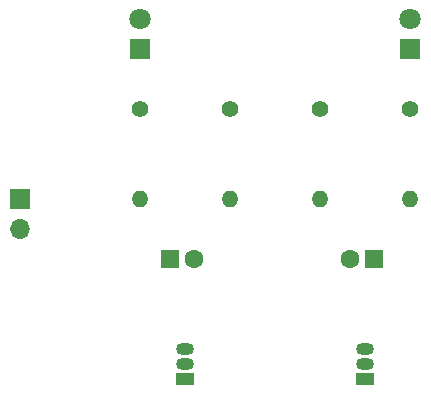
<source format=gbr>
%TF.GenerationSoftware,KiCad,Pcbnew,7.0.6*%
%TF.CreationDate,2023-08-09T00:10:05+09:00*%
%TF.ProjectId,sample_project,73616d70-6c65-45f7-9072-6f6a6563742e,rev?*%
%TF.SameCoordinates,Original*%
%TF.FileFunction,Soldermask,Top*%
%TF.FilePolarity,Negative*%
%FSLAX46Y46*%
G04 Gerber Fmt 4.6, Leading zero omitted, Abs format (unit mm)*
G04 Created by KiCad (PCBNEW 7.0.6) date 2023-08-09 00:10:05*
%MOMM*%
%LPD*%
G01*
G04 APERTURE LIST*
%ADD10C,1.400000*%
%ADD11O,1.400000X1.400000*%
%ADD12R,1.600000X1.600000*%
%ADD13C,1.600000*%
%ADD14R,1.500000X1.050000*%
%ADD15O,1.500000X1.050000*%
%ADD16R,1.700000X1.700000*%
%ADD17O,1.700000X1.700000*%
%ADD18R,1.800000X1.800000*%
%ADD19C,1.800000*%
G04 APERTURE END LIST*
D10*
%TO.C,R4*%
X160020000Y-93980000D03*
D11*
X160020000Y-101600000D03*
%TD*%
D12*
%TO.C,C2*%
X156940000Y-106680000D03*
D13*
X154940000Y-106680000D03*
%TD*%
D14*
%TO.C,Q1*%
X140970000Y-116840000D03*
D15*
X140970000Y-115570000D03*
X140970000Y-114300000D03*
%TD*%
D10*
%TO.C,R1*%
X137160000Y-93980000D03*
D11*
X137160000Y-101600000D03*
%TD*%
D16*
%TO.C,J1*%
X127000000Y-101600000D03*
D17*
X127000000Y-104140000D03*
%TD*%
D18*
%TO.C,D2*%
X160020000Y-88900000D03*
D19*
X160020000Y-86360000D03*
%TD*%
D10*
%TO.C,R2*%
X144780000Y-93980000D03*
D11*
X144780000Y-101600000D03*
%TD*%
D12*
%TO.C,C1*%
X139700000Y-106680000D03*
D13*
X141700000Y-106680000D03*
%TD*%
D11*
%TO.C,R3*%
X152400000Y-101600000D03*
D10*
X152400000Y-93980000D03*
%TD*%
D14*
%TO.C,Q2*%
X156210000Y-116840000D03*
D15*
X156210000Y-115570000D03*
X156210000Y-114300000D03*
%TD*%
D18*
%TO.C,D1*%
X137160000Y-88900000D03*
D19*
X137160000Y-86360000D03*
%TD*%
M02*

</source>
